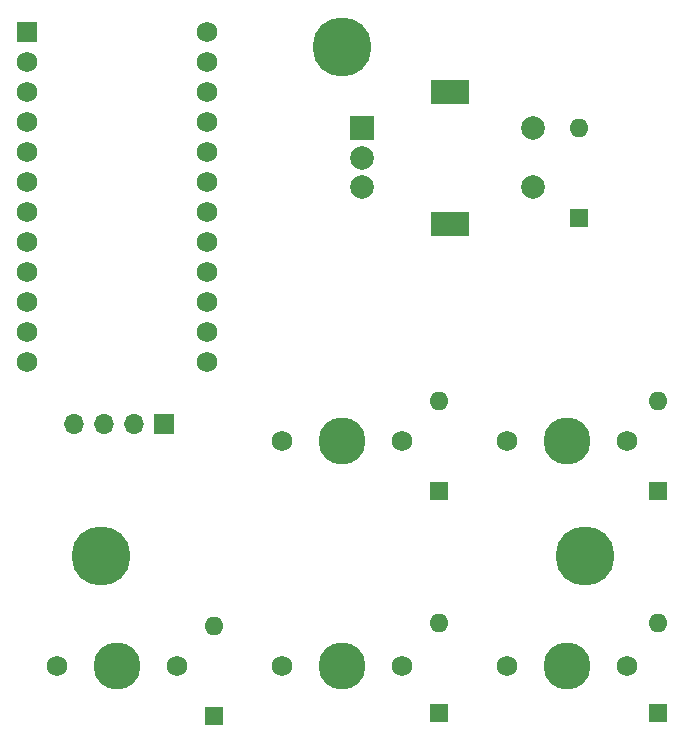
<source format=gbr>
%TF.GenerationSoftware,KiCad,Pcbnew,(6.0.0-rc1-291-g863699f2d1)*%
%TF.CreationDate,2021-12-02T17:31:09-06:00*%
%TF.ProjectId,Kinetic.Pad,4b696e65-7469-4632-9e50-61642e6b6963,rev?*%
%TF.SameCoordinates,Original*%
%TF.FileFunction,Soldermask,Top*%
%TF.FilePolarity,Negative*%
%FSLAX46Y46*%
G04 Gerber Fmt 4.6, Leading zero omitted, Abs format (unit mm)*
G04 Created by KiCad (PCBNEW (6.0.0-rc1-291-g863699f2d1)) date 2021-12-02 17:31:09*
%MOMM*%
%LPD*%
G01*
G04 APERTURE LIST*
%ADD10C,1.750000*%
%ADD11C,3.987800*%
%ADD12R,3.200000X2.000000*%
%ADD13R,2.000000X2.000000*%
%ADD14C,2.000000*%
%ADD15R,1.700000X1.700000*%
%ADD16O,1.700000X1.700000*%
%ADD17R,1.752600X1.752600*%
%ADD18C,1.752600*%
%ADD19C,5.000000*%
%ADD20R,1.600000X1.600000*%
%ADD21O,1.600000X1.600000*%
G04 APERTURE END LIST*
D10*
%TO.C,MX3*%
X242570000Y-76200000D03*
D11*
X237490000Y-76200000D03*
D10*
X232410000Y-76200000D03*
%TD*%
%TO.C,MX4*%
X261620000Y-57150000D03*
D11*
X256540000Y-57150000D03*
D10*
X251460000Y-57150000D03*
%TD*%
D12*
%TO.C,SW1*%
X246684800Y-38747000D03*
X246684800Y-27547000D03*
D13*
X239184800Y-30647000D03*
D14*
X239184800Y-35647000D03*
X239184800Y-33147000D03*
X253684800Y-35647000D03*
X253684800Y-30647000D03*
%TD*%
D10*
%TO.C,MX2*%
X232410000Y-57150000D03*
X242570000Y-57150000D03*
D11*
X237490000Y-57150000D03*
%TD*%
%TO.C,MX5*%
X256540000Y-76200000D03*
D10*
X261620000Y-76200000D03*
X251460000Y-76200000D03*
%TD*%
D15*
%TO.C,OLED*%
X222473000Y-55677000D03*
D16*
X219933000Y-55677000D03*
X217393000Y-55677000D03*
X214853000Y-55677000D03*
%TD*%
D17*
%TO.C,U1*%
X210820000Y-22479000D03*
D18*
X210820000Y-25019000D03*
X210820000Y-27559000D03*
X210820000Y-30099000D03*
X210820000Y-32639000D03*
X210820000Y-35179000D03*
X210820000Y-37719000D03*
X210820000Y-40259000D03*
X210820000Y-42799000D03*
X210820000Y-45339000D03*
X210820000Y-47879000D03*
X210820000Y-50419000D03*
X226060000Y-50419000D03*
X226060000Y-47879000D03*
X226060000Y-45339000D03*
X226060000Y-42799000D03*
X226060000Y-40259000D03*
X226060000Y-37719000D03*
X226060000Y-35179000D03*
X226060000Y-32639000D03*
X226060000Y-30099000D03*
X226060000Y-27559000D03*
X226060000Y-25019000D03*
X226060000Y-22479000D03*
%TD*%
D10*
%TO.C,MX1*%
X223520000Y-76200000D03*
X213360000Y-76200000D03*
D11*
X218440000Y-76200000D03*
%TD*%
D19*
%TO.C,H1*%
X237490000Y-23749000D03*
%TD*%
%TO.C,H2*%
X217106500Y-66865500D03*
%TD*%
%TO.C,H3*%
X258127500Y-66865500D03*
%TD*%
D20*
%TO.C,D3*%
X226695000Y-80391000D03*
D21*
X226695000Y-72771000D03*
%TD*%
D20*
%TO.C,D5*%
X245745000Y-61341000D03*
D21*
X245745000Y-53721000D03*
%TD*%
D20*
%TO.C,D6*%
X245745000Y-80137000D03*
D21*
X245745000Y-72517000D03*
%TD*%
D20*
%TO.C,D8*%
X264287000Y-61341000D03*
D21*
X264287000Y-53721000D03*
%TD*%
D20*
%TO.C,D7*%
X257556000Y-38277800D03*
D21*
X257556000Y-30657800D03*
%TD*%
D20*
%TO.C,D9*%
X264287000Y-80137000D03*
D21*
X264287000Y-72517000D03*
%TD*%
M02*

</source>
